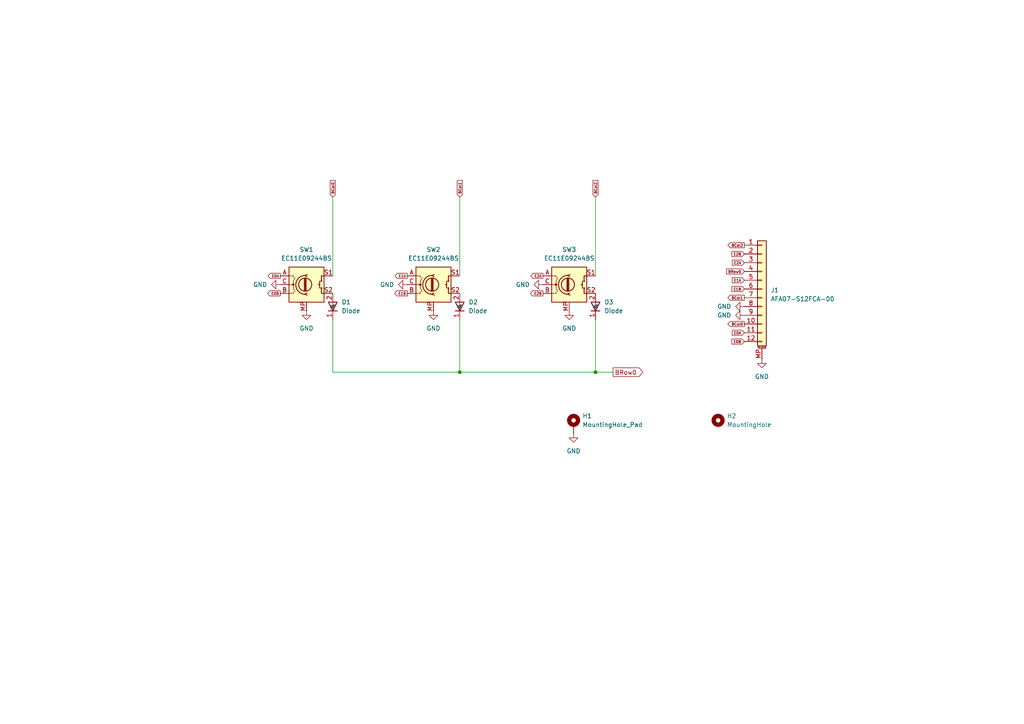
<source format=kicad_sch>
(kicad_sch (version 20231120) (generator "eeschema") (generator_version "8.0")
  (paper "A4")
  (lib_symbols
    (symbol "Connector_Generic_MountingPin:Conn_01x12_MountingPin" (pin_names (offset 1.016) hide)
      (property "Reference" "J" (at 0 15.24 0))
      (property "Value" "Conn_01x12_MountingPin" (at 1.27 -17.78 0))
      (symbol "Conn_01x12_MountingPin_1_1"
        (rectangle (start -1.27 -15.113) (end 0 -15.367) (stroke (width 0.1524)))
        (rectangle (start -1.27 -12.573) (end 0 -12.827) (stroke (width 0.1524)))
        (rectangle (start -1.27 -10.033) (end 0 -10.287) (stroke (width 0.1524)))
        (rectangle (start -1.27 -7.493) (end 0 -7.747) (stroke (width 0.1524)))
        (rectangle (start -1.27 -4.953) (end 0 -5.207) (stroke (width 0.1524)))
        (rectangle (start -1.27 -2.413) (end 0 -2.667) (stroke (width 0.1524)))
        (rectangle (start -1.27 0.127) (end 0 -0.127) (stroke (width 0.1524)))
        (rectangle (start -1.27 2.667) (end 0 2.413) (stroke (width 0.1524)))
        (rectangle (start -1.27 5.207) (end 0 4.953) (stroke (width 0.1524)))
        (rectangle (start -1.27 7.747) (end 0 7.493) (stroke (width 0.1524)))
        (rectangle (start -1.27 10.287) (end 0 10.033) (stroke (width 0.1524)))
        (rectangle (start -1.27 12.827) (end 0 12.573) (stroke (width 0.1524)))
        (rectangle (start -1.27 13.97) (end 1.27 -16.51) (stroke (width 0.254)) (fill (type background)))
        (polyline (pts (xy -1.016 -17.272) (xy 1.016 -17.272)) (stroke (width 0.1524)))
        (text "Mounting" (at 0 -16.891 0) (effects (font (size 0.381 0.381))))
        (pin passive line (at -5.08 12.7 0) (length 3.81) (name "Pin_1") (number "1"))
        (pin passive line (at -5.08 -10.16 0) (length 3.81) (name "Pin_10") (number "10"))
        (pin passive line (at -5.08 -12.7 0) (length 3.81) (name "Pin_11") (number "11"))
        (pin passive line (at -5.08 -15.24 0) (length 3.81) (name "Pin_12") (number "12"))
        (pin passive line (at -5.08 10.16 0) (length 3.81) (name "Pin_2") (number "2"))
        (pin passive line (at -5.08 7.62 0) (length 3.81) (name "Pin_3") (number "3"))
        (pin passive line (at -5.08 5.08 0) (length 3.81) (name "Pin_4") (number "4"))
        (pin passive line (at -5.08 2.54 0) (length 3.81) (name "Pin_5") (number "5"))
        (pin passive line (at -5.08 0 0) (length 3.81) (name "Pin_6") (number "6"))
        (pin passive line (at -5.08 -2.54 0) (length 3.81) (name "Pin_7") (number "7"))
        (pin passive line (at -5.08 -5.08 0) (length 3.81) (name "Pin_8") (number "8"))
        (pin passive line (at -5.08 -7.62 0) (length 3.81) (name "Pin_9") (number "9"))
        (pin passive line (at 0 -20.32 90) (length 3.048) (name "MountPin") (number "MP"))
      )
    )
    (symbol "Device:RotaryEncoder_Switch_MP" (pin_names (offset 0.254) hide)
      (property "Reference" "SW" (at 0 8.89 0))
      (property "Value" "RotaryEncoder_Switch_MP" (at 0 6.35 0))
      (symbol "RotaryEncoder_Switch_MP_0_1"
        (rectangle (start -5.08 5.08) (end 5.08 -5.08) (stroke (width 0.254)) (fill (type background)))
        (circle (center -3.81 0) (radius 0.254) (fill (type outline)))
        (circle (center -0.381 0) (radius 1.905) (stroke (width 0.254)))
        (arc (start -0.381 2.667) (mid -3.0988 -0.0635) (end -0.381 -2.794) (stroke (width 0.254)))
        (polyline (pts (xy -0.635 -1.778) (xy -0.635 1.778)) (stroke (width 0.254)))
        (polyline (pts (xy -0.381 -1.778) (xy -0.381 1.778)) (stroke (width 0.254)))
        (polyline (pts (xy -0.127 1.778) (xy -0.127 -1.778)) (stroke (width 0.254)))
        (polyline (pts (xy 3.81 0) (xy 3.429 0)) (stroke (width 0.254)))
        (polyline (pts (xy 3.81 1.016) (xy 3.81 -1.016)) (stroke (width 0.254)))
        (polyline (pts (xy -5.08 -2.54) (xy -3.81 -2.54) (xy -3.81 -2.032)))
        (polyline (pts (xy -5.08 2.54) (xy -3.81 2.54) (xy -3.81 2.032)))
        (polyline (pts (xy 0.254 -3.048) (xy -0.508 -2.794) (xy 0.127 -2.413)) (stroke (width 0.254)))
        (polyline (pts (xy 0.254 2.921) (xy -0.508 2.667) (xy 0.127 2.286)) (stroke (width 0.254)))
        (polyline (pts (xy 5.08 -2.54) (xy 4.318 -2.54) (xy 4.318 -1.016)) (stroke (width 0.254)))
        (polyline (pts (xy 5.08 2.54) (xy 4.318 2.54) (xy 4.318 1.016)) (stroke (width 0.254)))
        (polyline (pts (xy -5.08 0) (xy -3.81 0) (xy -3.81 -1.016) (xy -3.302 -2.032)))
        (polyline (pts (xy -4.318 0) (xy -3.81 0) (xy -3.81 1.016) (xy -3.302 2.032)))
        (circle (center 4.318 -1.016) (radius 0.127) (stroke (width 0.254)))
        (circle (center 4.318 1.016) (radius 0.127) (stroke (width 0.254)))
      )
      (symbol "RotaryEncoder_Switch_MP_1_1"
        (pin passive line (at -7.62 2.54 0) (length 2.54) (name "A") (number "A"))
        (pin passive line (at -7.62 -2.54 0) (length 2.54) (name "B") (number "B"))
        (pin passive line (at -7.62 0 0) (length 2.54) (name "C") (number "C"))
        (pin passive line (at 0 -7.62 90) (length 2.54) (name "MP") (number "MP"))
        (pin passive line (at 7.62 2.54 180) (length 2.54) (name "S1") (number "S1"))
        (pin passive line (at 7.62 -2.54 180) (length 2.54) (name "S2") (number "S2"))
      )
    )
    (symbol "Mechanical:MountingHole" (pin_names (offset 1.016)) (exclude_from_sim yes) (in_bom no)
      (property "Reference" "H" (at 0 5.08 0))
      (property "Value" "MountingHole" (at 0 3.175 0))
      (symbol "MountingHole_0_1"
        (circle (center 0 0) (radius 1.27) (stroke (width 1.27)))
      )
    )
    (symbol "Mechanical:MountingHole_Pad" (pin_numbers hide) (pin_names (offset 1.016) hide) (exclude_from_sim yes) (in_bom no)
      (property "Reference" "H" (at 0 6.35 0))
      (property "Value" "MountingHole_Pad" (at 0 4.445 0))
      (symbol "MountingHole_Pad_0_1"
        (circle (center 0 1.27) (radius 1.27) (stroke (width 1.27)))
      )
      (symbol "MountingHole_Pad_1_1"
        (pin input line (at 0 -2.54 90) (length 2.54) (name "1") (number "1"))
      )
    )
    (symbol "power:GND" (power) (pin_numbers hide) (pin_names (offset 0) hide)
      (property "Value" "GND" (at 0 -3.81 0))
      (symbol "GND_0_1"
        (polyline (pts (xy 0 0) (xy 0 -1.27) (xy 1.27 -1.27) (xy 0 -2.54) (xy -1.27 -1.27) (xy 0 -1.27)))
      )
      (symbol "GND_1_1"
        (pin power_in line (at 0 0 270) (length 0) (name "~") (number "1"))
      )
    )
    (symbol "twangodev:Switch_Diode"
      (property "Reference" "D" (at -2.286 6.096 0))
      (property "Value" "Diode" (at -2.286 3.556 0))
      (symbol "Switch_Diode_0_1"
        (polyline (pts (xy -1.27 1.27) (xy -1.27 -1.27)) (stroke (width 0.254)))
        (polyline (pts (xy 1.27 0) (xy -1.27 0)))
        (polyline (pts (xy 1.27 1.27) (xy 1.27 -1.27) (xy -1.27 0) (xy 1.27 1.27)) (stroke (width 0.254)))
      )
      (symbol "Switch_Diode_1_1"
        (pin passive line (at -3.81 0 0) (length 2.54) (name "K") (number "1"))
        (pin passive line (at 3.81 0 180) (length 2.54) (name "A") (number "2"))
      )
    )
  )
  (junction (at 172.72 107.95))
  (junction (at 133.35 107.95))
  (wire (pts (xy 96.52 92.71) (xy 96.52 107.95)))
  (wire (pts (xy 133.35 57.15) (xy 133.35 80.01)))
  (wire (pts (xy 172.72 57.15) (xy 172.72 80.01)))
  (wire (pts (xy 133.35 107.95) (xy 172.72 107.95)))
  (wire (pts (xy 96.52 107.95) (xy 133.35 107.95)))
  (wire (pts (xy 172.72 92.71) (xy 172.72 107.95)))
  (wire (pts (xy 96.52 57.15) (xy 96.52 80.01)))
  (wire (pts (xy 133.35 92.71) (xy 133.35 107.95)))
  (wire (pts (xy 172.72 107.95) (xy 177.8 107.95)))
  (global_label "E0A" (shape output) (at 81.28 80.01 180) (effects (font (size 0.762 0.762))) (property "Intersheetrefs" "${INTERSHEET_REFS}" (effects (hide yes))))
  (global_label "BCol2" (shape input) (at 172.72 57.15 90) (effects (font (size 0.762 0.762))) (property "Intersheetrefs" "${INTERSHEET_REFS}" (effects (hide yes))))
  (global_label "E1B" (shape output) (at 118.11 85.09 180) (effects (font (size 0.762 0.762))) (property "Intersheetrefs" "${INTERSHEET_REFS}" (effects (hide yes))))
  (global_label "BRow0" (shape output) (at 177.8 107.95 0) (property "Intersheetrefs" "${INTERSHEET_REFS}" (effects (hide yes))))
  (global_label "E2A" (shape input) (at 215.9 76.2 180) (effects (font (size 0.762 0.762))) (property "Intersheetrefs" "${INTERSHEET_REFS}" (effects (hide yes))))
  (global_label "BCol1" (shape input) (at 133.35 57.15 90) (effects (font (size 0.762 0.762))) (property "Intersheetrefs" "${INTERSHEET_REFS}" (effects (hide yes))))
  (global_label "E0A" (shape input) (at 215.9 96.52 180) (effects (font (size 0.762 0.762))) (property "Intersheetrefs" "${INTERSHEET_REFS}" (effects (hide yes))))
  (global_label "BCol0" (shape input) (at 96.52 57.15 90) (effects (font (size 0.762 0.762))) (property "Intersheetrefs" "${INTERSHEET_REFS}" (effects (hide yes))))
  (global_label "BCol2" (shape output) (at 215.9 71.12 180) (effects (font (size 0.762 0.762))) (property "Intersheetrefs" "${INTERSHEET_REFS}" (effects (hide yes))))
  (global_label "E0B" (shape input) (at 215.9 99.06 180) (effects (font (size 0.762 0.762))) (property "Intersheetrefs" "${INTERSHEET_REFS}" (effects (hide yes))))
  (global_label "E2A" (shape output) (at 157.48 80.01 180) (effects (font (size 0.762 0.762))) (property "Intersheetrefs" "${INTERSHEET_REFS}" (effects (hide yes))))
  (global_label "E2B" (shape input) (at 215.9 73.66 180) (effects (font (size 0.762 0.762))) (property "Intersheetrefs" "${INTERSHEET_REFS}" (effects (hide yes))))
  (global_label "BRow0" (shape input) (at 215.9 78.74 180) (effects (font (size 0.762 0.762))) (property "Intersheetrefs" "${INTERSHEET_REFS}" (effects (hide yes))))
  (global_label "BCol0" (shape output) (at 215.9 93.98 180) (effects (font (size 0.762 0.762))) (property "Intersheetrefs" "${INTERSHEET_REFS}" (effects (hide yes))))
  (global_label "E0B" (shape output) (at 81.28 85.09 180) (effects (font (size 0.762 0.762))) (property "Intersheetrefs" "${INTERSHEET_REFS}" (effects (hide yes))))
  (global_label "E2B" (shape output) (at 157.48 85.09 180) (effects (font (size 0.762 0.762))) (property "Intersheetrefs" "${INTERSHEET_REFS}" (effects (hide yes))))
  (global_label "BCol1" (shape output) (at 215.9 86.36 180) (effects (font (size 0.762 0.762))) (property "Intersheetrefs" "${INTERSHEET_REFS}" (effects (hide yes))))
  (global_label "E1B" (shape input) (at 215.9 83.82 180) (effects (font (size 0.762 0.762))) (property "Intersheetrefs" "${INTERSHEET_REFS}" (effects (hide yes))))
  (global_label "E1A" (shape output) (at 118.11 80.01 180) (effects (font (size 0.762 0.762))) (property "Intersheetrefs" "${INTERSHEET_REFS}" (effects (hide yes))))
  (global_label "E1A" (shape input) (at 215.9 81.28 180) (effects (font (size 0.762 0.762))) (property "Intersheetrefs" "${INTERSHEET_REFS}" (effects (hide yes))))
  (symbol (lib_id "twangodev:Switch_Diode") (at 133.35 88.9 90) (unit 1)
    (property "Reference" "D2" (at 135.89 87.6299 90) (effects (justify right)))
    (property "Value" "Diode" (at 135.89 90.1699 90) (effects (justify right)))
    (property "Footprint" "Diode_SMD:D_SOD-123" (effects (hide yes)))
  )
  (symbol (lib_id "Mechanical:MountingHole") (at 208.28 121.92 0) (unit 1) (exclude_from_sim yes) (in_bom no)
    (property "Reference" "H2" (at 210.82 120.6499 0) (effects (justify left)))
    (property "Value" "MountingHole" (at 210.82 123.1899 0) (effects (justify left)))
    (property "Footprint" "MountingHole:MountingHole_3.2mm_M3" (effects (hide yes)))
    (property "Description" "Mounting Hole without connection" (effects (hide yes)))
  )
  (symbol (lib_id "power:GND") (at 157.48 82.55 270) (unit 1)
    (property "Reference" "#PWR05" (effects (hide yes)))
    (property "Value" "GND" (at 153.67 82.5499 90) (effects (justify right)))
    (property "Description" "Power symbol creates a global label with name \"GND\" , ground" (effects (hide yes)))
  )
  (symbol (lib_id "power:GND") (at 215.9 91.44 270) (unit 1)
    (property "Reference" "#PWR07" (effects (hide yes)))
    (property "Value" "GND" (at 212.09 91.4399 90) (effects (justify right)))
    (property "Description" "Power symbol creates a global label with name \"GND\" , ground" (effects (hide yes)))
  )
  (symbol (lib_id "Connector_Generic_MountingPin:Conn_01x12_MountingPin") (at 220.98 83.82 0) (unit 1)
    (property "Reference" "J1" (at 223.52 84.1755 0) (effects (justify left)))
    (property "Value" "AFA07-S12FCA-00" (at 223.52 86.7155 0) (effects (justify left)))
    (property "Footprint" "Connector_FFC-FPC:Hirose_FH12-12S-0.5SH_1x12-1MP_P0.50mm_Horizontal" (effects (hide yes)))
    (property "Description" "Generic connectable mounting pin connector, single row, 01x12, script generated (kicad-library-utils/schlib/autogen/connector/)" (effects (hide yes)))
    (property "LCSC Part Number" "C262718" (effects (hide yes)))
  )
  (symbol (lib_id "power:GND") (at 220.98 104.14 0) (unit 1)
    (property "Reference" "#PWR09" (effects (hide yes)))
    (property "Value" "GND" (at 220.98 109.22 0))
    (property "Description" "Power symbol creates a global label with name \"GND\" , ground" (effects (hide yes)))
  )
  (symbol (lib_id "power:GND") (at 165.1 90.17 0) (unit 1)
    (property "Reference" "#PWR06" (effects (hide yes)))
    (property "Value" "GND" (at 165.1 95.25 0))
    (property "Description" "Power symbol creates a global label with name \"GND\" , ground" (effects (hide yes)))
  )
  (symbol (lib_id "power:GND") (at 81.28 82.55 270) (unit 1)
    (property "Reference" "#PWR01" (effects (hide yes)))
    (property "Value" "GND" (at 77.47 82.5499 90) (effects (justify right)))
    (property "Description" "Power symbol creates a global label with name \"GND\" , ground" (effects (hide yes)))
  )
  (symbol (lib_id "power:GND") (at 125.73 90.17 0) (unit 1)
    (property "Reference" "#PWR04" (effects (hide yes)))
    (property "Value" "GND" (at 125.73 95.25 0))
    (property "Description" "Power symbol creates a global label with name \"GND\" , ground" (effects (hide yes)))
  )
  (symbol (lib_id "twangodev:Switch_Diode") (at 172.72 88.9 90) (unit 1)
    (property "Reference" "D3" (at 175.26 87.6299 90) (effects (justify right)))
    (property "Value" "Diode" (at 175.26 90.1699 90) (effects (justify right)))
    (property "Footprint" "Diode_SMD:D_SOD-123" (effects (hide yes)))
  )
  (symbol (lib_id "power:GND") (at 88.9 90.17 0) (unit 1)
    (property "Reference" "#PWR02" (effects (hide yes)))
    (property "Value" "GND" (at 88.9 95.25 0))
    (property "Description" "Power symbol creates a global label with name \"GND\" , ground" (effects (hide yes)))
  )
  (symbol (lib_id "Device:RotaryEncoder_Switch_MP") (at 165.1 82.55 0) (unit 1)
    (property "Reference" "SW3" (at 165.1 72.39 0))
    (property "Value" "EC11E09244BS" (at 165.1 74.93 0))
    (property "Footprint" "Rotary_Encoder:RotaryEncoder_Alps_EC11E-Switch_Vertical_H20mm" (effects (hide yes)))
    (property "Description" "Rotary encoder, dual channel, incremental quadrate outputs, with switch and MP Pin" (effects (hide yes)))
    (property "LCSC Part Number" "C470742" (effects (hide yes)))
  )
  (symbol (lib_id "Mechanical:MountingHole_Pad") (at 166.37 123.19 0) (unit 1) (exclude_from_sim yes) (in_bom no)
    (property "Reference" "H1" (at 168.91 120.6499 0) (effects (justify left)))
    (property "Value" "MountingHole_Pad" (at 168.91 123.1899 0) (effects (justify left)))
    (property "Footprint" "MountingHole:MountingHole_3.2mm_M3_DIN965_Pad_TopOnly" (effects (hide yes)))
    (property "Description" "Mounting Hole with connection" (effects (hide yes)))
  )
  (symbol (lib_id "Device:RotaryEncoder_Switch_MP") (at 125.73 82.55 0) (unit 1)
    (property "Reference" "SW2" (at 125.73 72.39 0))
    (property "Value" "EC11E09244BS" (at 125.73 74.93 0))
    (property "Footprint" "Rotary_Encoder:RotaryEncoder_Alps_EC11E-Switch_Vertical_H20mm" (effects (hide yes)))
    (property "Description" "Rotary encoder, dual channel, incremental quadrate outputs, with switch and MP Pin" (effects (hide yes)))
    (property "LCSC Part Number" "C470742" (effects (hide yes)))
  )
  (symbol (lib_id "power:GND") (at 166.37 125.73 0) (unit 1)
    (property "Reference" "#PWR010" (effects (hide yes)))
    (property "Value" "GND" (at 166.37 130.81 0))
    (property "Description" "Power symbol creates a global label with name \"GND\" , ground" (effects (hide yes)))
  )
  (symbol (lib_id "power:GND") (at 118.11 82.55 270) (unit 1)
    (property "Reference" "#PWR03" (effects (hide yes)))
    (property "Value" "GND" (at 114.3 82.5499 90) (effects (justify right)))
    (property "Description" "Power symbol creates a global label with name \"GND\" , ground" (effects (hide yes)))
  )
  (symbol (lib_id "power:GND") (at 215.9 88.9 270) (unit 1)
    (property "Reference" "#PWR08" (effects (hide yes)))
    (property "Value" "GND" (at 212.09 88.8999 90) (effects (justify right)))
    (property "Description" "Power symbol creates a global label with name \"GND\" , ground" (effects (hide yes)))
  )
  (symbol (lib_id "twangodev:Switch_Diode") (at 96.52 88.9 90) (unit 1)
    (property "Reference" "D1" (at 99.06 87.6299 90) (effects (justify right)))
    (property "Value" "Diode" (at 99.06 90.1699 90) (effects (justify right)))
    (property "Footprint" "Diode_SMD:D_SOD-123" (effects (hide yes)))
  )
  (symbol (lib_id "Device:RotaryEncoder_Switch_MP") (at 88.9 82.55 0) (unit 1)
    (property "Reference" "SW1" (at 88.9 72.39 0))
    (property "Value" "EC11E09244BS" (at 88.9 74.93 0))
    (property "Footprint" "Rotary_Encoder:RotaryEncoder_Alps_EC11E-Switch_Vertical_H20mm" (effects (hide yes)))
    (property "Description" "Rotary encoder, dual channel, incremental quadrate outputs, with switch and MP Pin" (effects (hide yes)))
    (property "LCSC Part Number" "C470742" (effects (hide yes)))
  )
)
</source>
